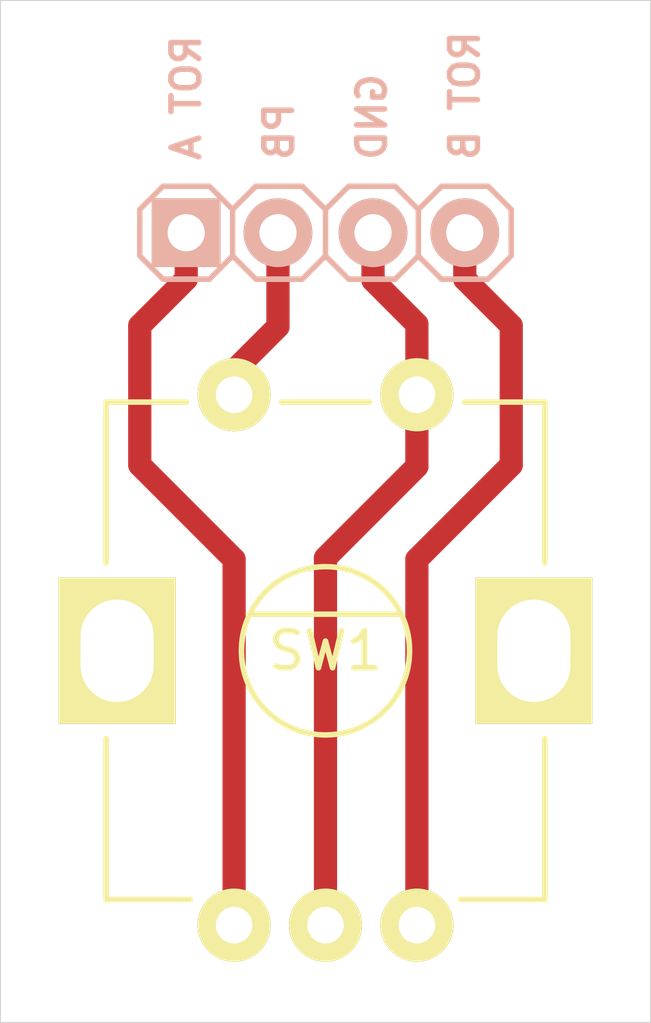
<source format=kicad_pcb>
(kicad_pcb (version 4) (host pcbnew 4.0.4-stable)

  (general
    (links 5)
    (no_connects 0)
    (area 116.827299 71.107299 175.907701 153.047701)
    (thickness 1.6002)
    (drawings 8)
    (tracks 19)
    (zones 0)
    (modules 2)
    (nets 5)
  )

  (page USLetter)
  (title_block
    (title "Arduino Uno Template")
    (rev 1)
    (company "Idle Hands, LLC.")
  )

  (layers
    (0 Front signal)
    (31 Back signal)
    (32 B.Adhes user)
    (33 F.Adhes user)
    (34 B.Paste user)
    (35 F.Paste user)
    (36 B.SilkS user)
    (37 F.SilkS user)
    (38 B.Mask user)
    (39 F.Mask user)
    (40 Dwgs.User user)
    (41 Cmts.User user)
    (42 Eco1.User user)
    (43 Eco2.User user)
    (44 Edge.Cuts user)
  )

  (setup
    (last_trace_width 0.635)
    (user_trace_width 0.254)
    (user_trace_width 0.381)
    (user_trace_width 0.508)
    (user_trace_width 0.635)
    (trace_clearance 0.254)
    (zone_clearance 0.508)
    (zone_45_only no)
    (trace_min 0.2032)
    (segment_width 0.381)
    (edge_width 0.0254)
    (via_size 0.889)
    (via_drill 0.635)
    (via_min_size 0.889)
    (via_min_drill 0.508)
    (uvia_size 0.508)
    (uvia_drill 0.127)
    (uvias_allowed no)
    (uvia_min_size 0.508)
    (uvia_min_drill 0.127)
    (pcb_text_width 0.3048)
    (pcb_text_size 1.524 2.032)
    (mod_edge_width 0.1778)
    (mod_text_size 1.524 1.524)
    (mod_text_width 0.3048)
    (pad_size 3.175 3.175)
    (pad_drill 2.38125)
    (pad_to_mask_clearance 0.254)
    (aux_axis_origin 0 0)
    (visible_elements 7FFFFFFF)
    (pcbplotparams
      (layerselection 0x010f0_80000001)
      (usegerberextensions true)
      (excludeedgelayer true)
      (linewidth 0.150000)
      (plotframeref false)
      (viasonmask false)
      (mode 1)
      (useauxorigin false)
      (hpglpennumber 1)
      (hpglpenspeed 20)
      (hpglpendiameter 15)
      (hpglpenoverlay 2)
      (psnegative false)
      (psa4output false)
      (plotreference true)
      (plotvalue true)
      (plotinvisibletext false)
      (padsonsilk false)
      (subtractmaskfromsilk false)
      (outputformat 1)
      (mirror false)
      (drillshape 0)
      (scaleselection 1)
      (outputdirectory Gerber/))
  )

  (net 0 "")
  (net 1 "Net-(SW1-PadD)")
  (net 2 "Net-(SW1-PadC)")
  (net 3 "Net-(SW1-PadB)")
  (net 4 "Net-(SW1-PadA)")

  (net_class Default "This is the default net class."
    (clearance 0.254)
    (trace_width 0.635)
    (via_dia 0.889)
    (via_drill 0.635)
    (uvia_dia 0.508)
    (uvia_drill 0.127)
    (add_net "Net-(SW1-PadA)")
    (add_net "Net-(SW1-PadB)")
    (add_net "Net-(SW1-PadC)")
    (add_net "Net-(SW1-PadD)")
  )

  (module RE_PEC11R (layer Front) (tedit 5530224F) (tstamp 55301C35)
    (at 125.73 142.875)
    (path /55302A1C)
    (fp_text reference SW1 (at 0 0) (layer F.SilkS)
      (effects (font (size 1.016 1.016) (thickness 0.1524)))
    )
    (fp_text value ROTARY_ENCODER (at 0 4.445) (layer F.SilkS) hide
      (effects (font (size 0.762 0.762) (thickness 0.1524)))
    )
    (fp_line (start -2 -1) (end 2 -1) (layer F.SilkS) (width 0.15))
    (fp_circle (center 0 0) (end 2.3 0) (layer F.SilkS) (width 0.15))
    (fp_line (start 3.7 6.8) (end 6 6.8) (layer F.SilkS) (width 0.15))
    (fp_line (start 6 6.8) (end 6 2.4) (layer F.SilkS) (width 0.15))
    (fp_line (start -6 2.4) (end -6 6.8) (layer F.SilkS) (width 0.15))
    (fp_line (start -6 6.8) (end -3.7 6.8) (layer F.SilkS) (width 0.15))
    (fp_line (start -6 -6.8) (end -6 -2.4) (layer F.SilkS) (width 0.15))
    (fp_line (start -3.8 -6.8) (end -6 -6.8) (layer F.SilkS) (width 0.15))
    (fp_line (start 3.8 -6.8) (end 6 -6.8) (layer F.SilkS) (width 0.15))
    (fp_line (start 6 -6.8) (end 6 -2.4) (layer F.SilkS) (width 0.15))
    (fp_line (start -1.2 -6.8) (end 1.2 -6.8) (layer F.SilkS) (width 0.15))
    (pad "" thru_hole rect (at 5.7 0) (size 3.2 4) (drill oval 2 2.8) (layers *.Cu *.Mask F.SilkS))
    (pad D thru_hole circle (at -2.5 -7) (size 2 2) (drill 1) (layers *.Cu *.Mask F.SilkS)
      (net 1 "Net-(SW1-PadD)"))
    (pad E thru_hole circle (at 2.5 -7) (size 2 2) (drill 1) (layers *.Cu *.Mask F.SilkS)
      (net 2 "Net-(SW1-PadC)"))
    (pad C thru_hole circle (at 0 7.5) (size 2 2) (drill 1) (layers *.Cu *.Mask F.SilkS)
      (net 2 "Net-(SW1-PadC)"))
    (pad B thru_hole circle (at 2.5 7.5) (size 2 2) (drill 1) (layers *.Cu *.Mask F.SilkS)
      (net 3 "Net-(SW1-PadB)"))
    (pad A thru_hole circle (at -2.5 7.5) (size 2 2) (drill 1) (layers *.Cu *.Mask F.SilkS)
      (net 4 "Net-(SW1-PadA)"))
    (pad "" thru_hole rect (at -5.7 0) (size 3.2 4) (drill oval 2 2.8) (layers *.Cu *.Mask F.SilkS))
  )

  (module CONN_1X4 (layer Back) (tedit 55301FDF) (tstamp 55301C87)
    (at 125.73 131.445)
    (descr "Connecteur 8 pins")
    (tags "CONN DEV")
    (path /55303647)
    (fp_text reference X3-B1 (at 0 1.905) (layer B.SilkS) hide
      (effects (font (size 1.016 1.016) (thickness 0.2032)) (justify mirror))
    )
    (fp_text value CONN_2X2 (at 0 1.905) (layer B.SilkS) hide
      (effects (font (size 1.016 1.016) (thickness 0.2032)) (justify mirror))
    )
    (fp_line (start 3.175 -1.27) (end 2.54 -0.635) (layer B.SilkS) (width 0.15))
    (fp_line (start 4.445 -1.27) (end 3.175 -1.27) (layer B.SilkS) (width 0.15))
    (fp_line (start 5.08 -0.635) (end 4.445 -1.27) (layer B.SilkS) (width 0.15))
    (fp_line (start 4.445 1.27) (end 3.175 1.27) (layer B.SilkS) (width 0.15))
    (fp_line (start 4.445 1.27) (end 5.08 0.635) (layer B.SilkS) (width 0.15))
    (fp_line (start 3.175 1.27) (end 4.445 1.27) (layer B.SilkS) (width 0.15))
    (fp_line (start 2.54 0.635) (end 3.175 1.27) (layer B.SilkS) (width 0.15))
    (fp_line (start 5.08 -0.635) (end 5.08 0.635) (layer B.SilkS) (width 0.15))
    (fp_line (start 2.54 -0.635) (end 2.54 0.635) (layer B.SilkS) (width 0.15))
    (fp_line (start 0 -0.635) (end 0 0.635) (layer B.SilkS) (width 0.15))
    (fp_line (start -2.54 -0.635) (end -2.54 0.635) (layer B.SilkS) (width 0.15))
    (fp_line (start 0 0.635) (end 0.635 1.27) (layer B.SilkS) (width 0.15))
    (fp_line (start 0.635 1.27) (end 1.905 1.27) (layer B.SilkS) (width 0.15))
    (fp_line (start 1.905 1.27) (end 2.54 0.635) (layer B.SilkS) (width 0.15))
    (fp_line (start 1.905 1.27) (end 0.635 1.27) (layer B.SilkS) (width 0.15))
    (fp_line (start -0.635 1.27) (end -1.905 1.27) (layer B.SilkS) (width 0.15))
    (fp_line (start -3.175 1.27) (end -4.445 1.27) (layer B.SilkS) (width 0.15))
    (fp_line (start 2.54 -0.635) (end 1.905 -1.27) (layer B.SilkS) (width 0.15))
    (fp_line (start 1.905 -1.27) (end 0.635 -1.27) (layer B.SilkS) (width 0.15))
    (fp_line (start 0.635 -1.27) (end 0 -0.635) (layer B.SilkS) (width 0.15))
    (fp_line (start 0 -0.635) (end -0.635 -1.27) (layer B.SilkS) (width 0.15))
    (fp_line (start -0.635 -1.27) (end -1.905 -1.27) (layer B.SilkS) (width 0.15))
    (fp_line (start -1.905 -1.27) (end -2.54 -0.635) (layer B.SilkS) (width 0.15))
    (fp_line (start -2.54 -0.635) (end -3.175 -1.27) (layer B.SilkS) (width 0.15))
    (fp_line (start -3.175 -1.27) (end -4.445 -1.27) (layer B.SilkS) (width 0.15))
    (fp_line (start -4.445 -1.27) (end -5.08 -0.635) (layer B.SilkS) (width 0.15))
    (fp_line (start -5.08 -0.635) (end -5.08 0.635) (layer B.SilkS) (width 0.15))
    (fp_line (start -5.08 0.635) (end -4.445 1.27) (layer B.SilkS) (width 0.15))
    (fp_line (start -4.445 1.27) (end -3.175 1.27) (layer B.SilkS) (width 0.15))
    (fp_line (start -3.175 1.27) (end -2.54 0.635) (layer B.SilkS) (width 0.15))
    (fp_line (start -2.54 0.635) (end -1.905 1.27) (layer B.SilkS) (width 0.15))
    (fp_line (start -1.905 1.27) (end -0.635 1.27) (layer B.SilkS) (width 0.15))
    (fp_line (start -0.635 1.27) (end 0 0.635) (layer B.SilkS) (width 0.15))
    (pad 4 thru_hole circle (at 3.81 0) (size 1.8796 1.8796) (drill 1.016) (layers *.Cu *.Mask B.SilkS)
      (net 3 "Net-(SW1-PadB)"))
    (pad 1 thru_hole rect (at -3.81 0) (size 1.8796 1.8796) (drill 1.016) (layers *.Cu *.Mask B.SilkS)
      (net 4 "Net-(SW1-PadA)"))
    (pad 2 thru_hole circle (at -1.3 0) (size 1.8796 1.8796) (drill 1.016) (layers *.Cu *.Mask B.SilkS)
      (net 1 "Net-(SW1-PadD)"))
    (pad 3 thru_hole circle (at 1.3 0) (size 1.8796 1.8796) (drill 1.016) (layers *.Cu *.Mask B.SilkS)
      (net 2 "Net-(SW1-PadC)"))
  )

  (gr_line (start 134.62 153.035) (end 134.62 125.095) (angle 90) (layer Edge.Cuts) (width 0.0254))
  (gr_line (start 116.84 125.095) (end 134.62 125.095) (angle 90) (layer Edge.Cuts) (width 0.0254))
  (gr_line (start 134.62 153.035) (end 116.84 153.035) (angle 90) (layer Edge.Cuts) (width 0.0254))
  (gr_text "ROT A" (at 121.92 129.54 90) (layer B.SilkS)
    (effects (font (size 0.762 0.762) (thickness 0.1524)) (justify right mirror))
  )
  (gr_text PB (at 124.46 129.54 90) (layer B.SilkS)
    (effects (font (size 0.762 0.762) (thickness 0.1524)) (justify right mirror))
  )
  (gr_text GND (at 127 129.54 90) (layer B.SilkS)
    (effects (font (size 0.762 0.762) (thickness 0.1524)) (justify right mirror))
  )
  (gr_text "ROT B" (at 129.54 129.54 90) (layer B.SilkS)
    (effects (font (size 0.762 0.762) (thickness 0.1524)) (justify right mirror))
  )
  (gr_line (start 116.84 153.035) (end 116.84 125.095) (angle 90) (layer Edge.Cuts) (width 0.0254))

  (segment (start 124.43 134.015) (end 124.43 131.445) (width 0.635) (layer Front) (net 1) (tstamp 55301E57))
  (segment (start 123.23 135.875) (end 123.23 135.215) (width 0.635) (layer Front) (net 1))
  (segment (start 123.23 135.215) (end 124.43 134.015) (width 0.635) (layer Front) (net 1) (tstamp 55301E56))
  (segment (start 128.23 135.875) (end 128.23 133.945) (width 0.635) (layer Front) (net 2))
  (segment (start 128.23 133.945) (end 127.03 132.745) (width 0.635) (layer Front) (net 2) (tstamp 55301E52))
  (segment (start 125.73 150.375) (end 125.73 140.335) (width 0.635) (layer Front) (net 2))
  (segment (start 128.23 137.835) (end 128.23 135.875) (width 0.635) (layer Front) (net 2) (tstamp 55301E47))
  (segment (start 125.73 140.335) (end 128.23 137.835) (width 0.635) (layer Front) (net 2) (tstamp 55301E44))
  (segment (start 127.03 132.745) (end 127.03 131.445) (width 0.635) (layer Front) (net 2) (tstamp 55301E53))
  (segment (start 129.54 132.715) (end 129.54 131.445) (width 0.635) (layer Front) (net 3) (tstamp 55301E41))
  (segment (start 130.81 133.985) (end 129.54 132.715) (width 0.635) (layer Front) (net 3) (tstamp 55301E40))
  (segment (start 130.81 137.795) (end 130.81 133.985) (width 0.635) (layer Front) (net 3) (tstamp 55301E3E))
  (segment (start 128.23 140.375) (end 130.81 137.795) (width 0.635) (layer Front) (net 3) (tstamp 55301E3B))
  (segment (start 128.23 150.375) (end 128.23 140.375) (width 0.635) (layer Front) (net 3))
  (segment (start 123.23 150.375) (end 123.23 140.375) (width 0.635) (layer Front) (net 4))
  (segment (start 123.23 140.375) (end 120.65 137.795) (width 0.635) (layer Front) (net 4) (tstamp 55301E4A))
  (segment (start 120.65 137.795) (end 120.65 133.985) (width 0.635) (layer Front) (net 4) (tstamp 55301E4C))
  (segment (start 121.92 132.715) (end 121.92 131.445) (width 0.635) (layer Front) (net 4) (tstamp 55301E4F))
  (segment (start 120.65 133.985) (end 121.92 132.715) (width 0.635) (layer Front) (net 4) (tstamp 55301E4E))

)

</source>
